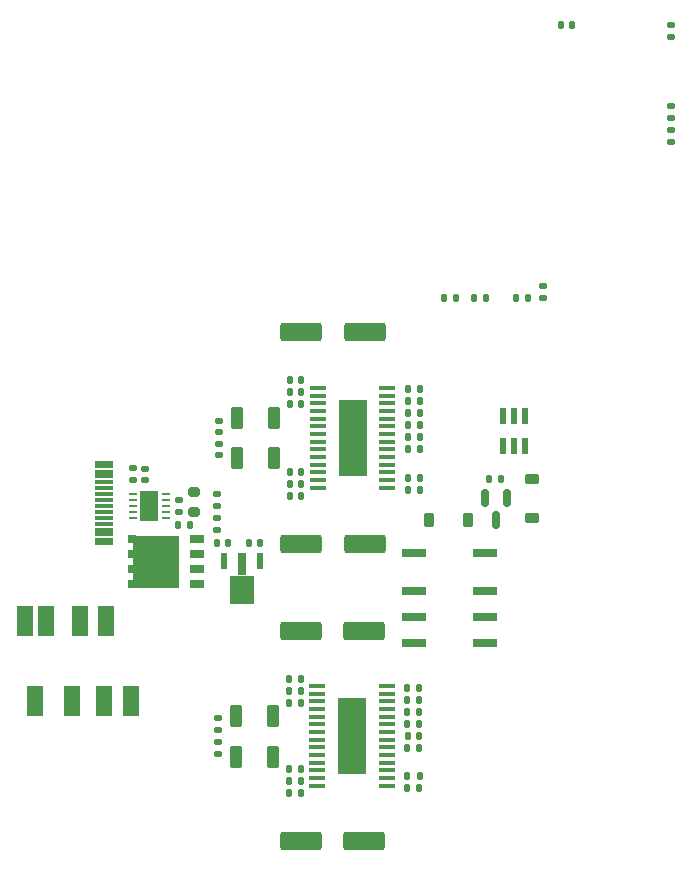
<source format=gbr>
%TF.GenerationSoftware,KiCad,Pcbnew,8.0.7*%
%TF.CreationDate,2024-12-24T17:50:32+01:00*%
%TF.ProjectId,AudioInterface,41756469-6f49-46e7-9465-72666163652e,1.1*%
%TF.SameCoordinates,Original*%
%TF.FileFunction,Paste,Top*%
%TF.FilePolarity,Positive*%
%FSLAX46Y46*%
G04 Gerber Fmt 4.6, Leading zero omitted, Abs format (unit mm)*
G04 Created by KiCad (PCBNEW 8.0.7) date 2024-12-24 17:50:32*
%MOMM*%
%LPD*%
G01*
G04 APERTURE LIST*
G04 Aperture macros list*
%AMRoundRect*
0 Rectangle with rounded corners*
0 $1 Rounding radius*
0 $2 $3 $4 $5 $6 $7 $8 $9 X,Y pos of 4 corners*
0 Add a 4 corners polygon primitive as box body*
4,1,4,$2,$3,$4,$5,$6,$7,$8,$9,$2,$3,0*
0 Add four circle primitives for the rounded corners*
1,1,$1+$1,$2,$3*
1,1,$1+$1,$4,$5*
1,1,$1+$1,$6,$7*
1,1,$1+$1,$8,$9*
0 Add four rect primitives between the rounded corners*
20,1,$1+$1,$2,$3,$4,$5,0*
20,1,$1+$1,$4,$5,$6,$7,0*
20,1,$1+$1,$6,$7,$8,$9,0*
20,1,$1+$1,$8,$9,$2,$3,0*%
G04 Aperture macros list end*
%ADD10R,1.475000X0.450000*%
%ADD11R,2.340000X6.460000*%
%ADD12R,0.570000X1.400000*%
%ADD13R,0.650000X1.900000*%
%ADD14R,2.000000X2.450000*%
%ADD15RoundRect,0.135000X0.185000X-0.135000X0.185000X0.135000X-0.185000X0.135000X-0.185000X-0.135000X0*%
%ADD16RoundRect,0.135000X-0.185000X0.135000X-0.185000X-0.135000X0.185000X-0.135000X0.185000X0.135000X0*%
%ADD17RoundRect,0.147500X-0.147500X-0.172500X0.147500X-0.172500X0.147500X0.172500X-0.147500X0.172500X0*%
%ADD18RoundRect,0.140000X-0.170000X0.140000X-0.170000X-0.140000X0.170000X-0.140000X0.170000X0.140000X0*%
%ADD19RoundRect,0.140000X0.140000X0.170000X-0.140000X0.170000X-0.140000X-0.170000X0.140000X-0.170000X0*%
%ADD20R,2.000000X0.700000*%
%ADD21RoundRect,0.250000X-1.500000X-0.550000X1.500000X-0.550000X1.500000X0.550000X-1.500000X0.550000X0*%
%ADD22RoundRect,0.135000X0.135000X0.185000X-0.135000X0.185000X-0.135000X-0.185000X0.135000X-0.185000X0*%
%ADD23RoundRect,0.135000X-0.135000X-0.185000X0.135000X-0.185000X0.135000X0.185000X-0.135000X0.185000X0*%
%ADD24RoundRect,0.150000X-0.150000X0.587500X-0.150000X-0.587500X0.150000X-0.587500X0.150000X0.587500X0*%
%ADD25RoundRect,0.147500X-0.172500X0.147500X-0.172500X-0.147500X0.172500X-0.147500X0.172500X0.147500X0*%
%ADD26RoundRect,0.200000X0.275000X-0.200000X0.275000X0.200000X-0.275000X0.200000X-0.275000X-0.200000X0*%
%ADD27RoundRect,0.225000X0.375000X-0.225000X0.375000X0.225000X-0.375000X0.225000X-0.375000X-0.225000X0*%
%ADD28RoundRect,0.140000X-0.140000X-0.170000X0.140000X-0.170000X0.140000X0.170000X-0.140000X0.170000X0*%
%ADD29R,1.250000X0.650000*%
%ADD30R,0.800000X0.650000*%
%ADD31R,3.900000X4.460000*%
%ADD32R,0.600000X1.400000*%
%ADD33RoundRect,0.225000X-0.225000X-0.375000X0.225000X-0.375000X0.225000X0.375000X-0.225000X0.375000X0*%
%ADD34RoundRect,0.250000X0.275000X0.700000X-0.275000X0.700000X-0.275000X-0.700000X0.275000X-0.700000X0*%
%ADD35RoundRect,0.250000X-0.275000X-0.700000X0.275000X-0.700000X0.275000X0.700000X-0.275000X0.700000X0*%
%ADD36R,1.400000X2.500000*%
%ADD37R,0.660000X0.280000*%
%ADD38R,1.500000X2.500000*%
%ADD39R,1.500000X0.300000*%
G04 APERTURE END LIST*
D10*
%TO.C,U5*%
X21958000Y33401202D03*
X21958000Y25601202D03*
X21958000Y26251202D03*
X21958000Y26901202D03*
X21958000Y27551202D03*
X21958000Y28201202D03*
X21958000Y28851202D03*
X21958000Y29501202D03*
X21958000Y30151202D03*
X21958000Y30801202D03*
X21958000Y31451202D03*
X21958000Y32101202D03*
X21958000Y32751202D03*
X21958000Y34051202D03*
X16082000Y34051202D03*
X16082000Y33401202D03*
X16082000Y32751202D03*
X16082000Y32101202D03*
X16082000Y31451202D03*
X16082000Y30801202D03*
X16082000Y30151202D03*
X16082000Y29501202D03*
X16082000Y28851202D03*
X16082000Y28201202D03*
X16082000Y27551202D03*
X16082000Y26901202D03*
X16082000Y26251202D03*
X16082000Y25601202D03*
D11*
X19020000Y29826202D03*
%TD*%
D10*
%TO.C,U4*%
X21916000Y8179000D03*
X21916000Y379000D03*
X21916000Y1029000D03*
X21916000Y1679000D03*
X21916000Y2329000D03*
X21916000Y2979000D03*
X21916000Y3629000D03*
X21916000Y4279000D03*
X21916000Y4929000D03*
X21916000Y5579000D03*
X21916000Y6229000D03*
X21916000Y6879000D03*
X21916000Y7529000D03*
X21916000Y8829000D03*
X16040000Y8829000D03*
X16040000Y8179000D03*
X16040000Y7529000D03*
X16040000Y6879000D03*
X16040000Y6229000D03*
X16040000Y5579000D03*
X16040000Y4929000D03*
X16040000Y4279000D03*
X16040000Y3629000D03*
X16040000Y2979000D03*
X16040000Y2329000D03*
X16040000Y1679000D03*
X16040000Y1029000D03*
X16040000Y379000D03*
D11*
X18978000Y4604000D03*
%TD*%
D12*
%TO.C,U3*%
X11162000Y19370500D03*
D13*
X9662000Y19120500D03*
D12*
X8162000Y19370500D03*
D14*
X9662000Y16945500D03*
%TD*%
D15*
%TO.C,R8*%
X46012000Y63784000D03*
X46012000Y64804000D03*
%TD*%
D16*
%TO.C,R6*%
X46012000Y55916000D03*
X46012000Y54896000D03*
%TD*%
D17*
%TO.C,D3*%
X36637000Y64802000D03*
X37607000Y64802000D03*
%TD*%
D18*
%TO.C,C2*%
X46012000Y57888000D03*
X46012000Y56928000D03*
%TD*%
D19*
%TO.C,C22*%
X23747000Y29877000D03*
X24707000Y29877000D03*
%TD*%
D20*
%TO.C,K1*%
X30216000Y20088000D03*
X30216000Y16888000D03*
X30216000Y14688000D03*
X30216000Y12488000D03*
X24216000Y12488000D03*
X24216000Y14688000D03*
X24216000Y16888000D03*
X24216000Y20088000D03*
%TD*%
D21*
%TO.C,C29*%
X20069000Y38767000D03*
X14669000Y38767000D03*
%TD*%
%TO.C,C26*%
X20052000Y20850202D03*
X14652000Y20850202D03*
%TD*%
D22*
%TO.C,R20*%
X23717000Y26448000D03*
X24737000Y26448000D03*
%TD*%
D18*
%TO.C,C19*%
X7658000Y5112000D03*
X7658000Y6072000D03*
%TD*%
D19*
%TO.C,C6*%
X24620000Y5620000D03*
X23660000Y5620000D03*
%TD*%
D23*
%TO.C,R9*%
X33837000Y41708000D03*
X32817000Y41708000D03*
%TD*%
D22*
%TO.C,R15*%
X23660000Y1175000D03*
X24680000Y1175000D03*
%TD*%
D24*
%TO.C,Q2*%
X31171500Y22892000D03*
X30221500Y24767000D03*
X32121500Y24767000D03*
%TD*%
D18*
%TO.C,C33*%
X7717000Y30336800D03*
X7717000Y31296800D03*
%TD*%
D23*
%TO.C,R13*%
X23630000Y8668000D03*
X24650000Y8668000D03*
%TD*%
D25*
%TO.C,D1*%
X7527000Y25039500D03*
X7527000Y24069500D03*
%TD*%
D26*
%TO.C,R2*%
X5622000Y23591000D03*
X5622000Y25241000D03*
%TD*%
D27*
%TO.C,D4*%
X34219500Y26320000D03*
X34219500Y23020000D03*
%TD*%
D28*
%TO.C,C12*%
X14615000Y9430000D03*
X13655000Y9430000D03*
%TD*%
D29*
%TO.C,Q1*%
X5876000Y17426000D03*
X5876000Y18706000D03*
X5876000Y19966000D03*
X5876000Y21236000D03*
D30*
X296000Y17426000D03*
X296000Y18706000D03*
D31*
X2396000Y19336000D03*
D30*
X296000Y19966000D03*
X296000Y21236000D03*
%TD*%
D23*
%TO.C,R16*%
X24678000Y159000D03*
X23658000Y159000D03*
%TD*%
D28*
%TO.C,C28*%
X14634000Y25965404D03*
X13674000Y25965404D03*
%TD*%
D23*
%TO.C,R19*%
X24737000Y33941000D03*
X23717000Y33941000D03*
%TD*%
D28*
%TO.C,C9*%
X23660000Y6636000D03*
X24620000Y6636000D03*
%TD*%
D23*
%TO.C,R18*%
X24737000Y28851202D03*
X23717000Y28851202D03*
%TD*%
D28*
%TO.C,C11*%
X14615000Y8414000D03*
X13655000Y8414000D03*
%TD*%
D19*
%TO.C,C7*%
X24648000Y4604000D03*
X23688000Y4604000D03*
%TD*%
D18*
%TO.C,C1*%
X1431000Y27216500D03*
X1431000Y26256500D03*
%TD*%
D32*
%TO.C,U2*%
X31745500Y31683500D03*
X32695500Y31683500D03*
X33645500Y31683500D03*
X33645500Y29183500D03*
X32695500Y29183500D03*
X31745500Y29183500D03*
%TD*%
D19*
%TO.C,C24*%
X13674000Y26956000D03*
X14634000Y26956000D03*
%TD*%
D23*
%TO.C,R14*%
X23656000Y3588000D03*
X24676000Y3588000D03*
%TD*%
D33*
%TO.C,D2*%
X28757500Y22892000D03*
X25457500Y22892000D03*
%TD*%
D19*
%TO.C,C20*%
X23747000Y32925000D03*
X24707000Y32925000D03*
%TD*%
D34*
%TO.C,FB1*%
X9131000Y2826000D03*
X12281000Y2826000D03*
%TD*%
D21*
%TO.C,C10*%
X20010000Y-4286000D03*
X14610000Y-4286000D03*
%TD*%
D28*
%TO.C,C5*%
X10202000Y20894500D03*
X11162000Y20894500D03*
%TD*%
D18*
%TO.C,C18*%
X7658000Y3080000D03*
X7658000Y4040000D03*
%TD*%
D35*
%TO.C,FB4*%
X12340000Y31528000D03*
X9190000Y31528000D03*
%TD*%
%TO.C,FB2*%
X12281000Y6276000D03*
X9131000Y6276000D03*
%TD*%
D16*
%TO.C,R1*%
X415000Y27246500D03*
X415000Y26226500D03*
%TD*%
D28*
%TO.C,C14*%
X14615000Y-222000D03*
X13655000Y-222000D03*
%TD*%
D34*
%TO.C,FB3*%
X9190000Y28099000D03*
X12340000Y28099000D03*
%TD*%
D21*
%TO.C,C13*%
X20010000Y13494000D03*
X14610000Y13494000D03*
%TD*%
D19*
%TO.C,C8*%
X24620000Y7652000D03*
X23660000Y7652000D03*
%TD*%
D28*
%TO.C,C31*%
X14674000Y34703000D03*
X13714000Y34703000D03*
%TD*%
D16*
%TO.C,R10*%
X35142000Y41704000D03*
X35142000Y42724000D03*
%TD*%
D15*
%TO.C,R5*%
X7527000Y22012500D03*
X7527000Y23032500D03*
%TD*%
D23*
%TO.C,R7*%
X31615500Y26369500D03*
X30595500Y26369500D03*
%TD*%
D19*
%TO.C,C16*%
X13655000Y7398000D03*
X14615000Y7398000D03*
%TD*%
D23*
%TO.C,R3*%
X4223000Y22418500D03*
X5243000Y22418500D03*
%TD*%
D18*
%TO.C,C32*%
X7717000Y28355600D03*
X7717000Y29315600D03*
%TD*%
D28*
%TO.C,C27*%
X14634000Y24949404D03*
X13674000Y24949404D03*
%TD*%
D19*
%TO.C,C4*%
X8487000Y20894500D03*
X7527000Y20894500D03*
%TD*%
D36*
%TO.C,J3*%
X-8744000Y14354000D03*
X-4094000Y14354000D03*
X256000Y7554000D03*
X-1994000Y7554000D03*
X-1844000Y14354000D03*
X-7844000Y7554000D03*
X-6944000Y14354000D03*
X-4744000Y7554000D03*
%TD*%
D19*
%TO.C,C17*%
X13655000Y1810000D03*
X14615000Y1810000D03*
%TD*%
%TO.C,C25*%
X13714000Y32671000D03*
X14674000Y32671000D03*
%TD*%
D23*
%TO.C,R17*%
X24737000Y25432000D03*
X23717000Y25432000D03*
%TD*%
D28*
%TO.C,C15*%
X14615000Y794000D03*
X13655000Y794000D03*
%TD*%
D22*
%TO.C,R11*%
X29261000Y41708000D03*
X30281000Y41708000D03*
%TD*%
D28*
%TO.C,C21*%
X24707000Y31909000D03*
X23747000Y31909000D03*
%TD*%
D37*
%TO.C,U1*%
X402000Y25069500D03*
X402000Y24569500D03*
X402000Y24069500D03*
X402000Y23569500D03*
X402000Y23069500D03*
X3222000Y23069500D03*
X3222000Y23569500D03*
X3222000Y24069500D03*
X3222000Y24569500D03*
X3222000Y25069500D03*
D38*
X1812000Y24069500D03*
%TD*%
D19*
%TO.C,C23*%
X23747000Y30893000D03*
X24707000Y30893000D03*
%TD*%
D16*
%TO.C,R4*%
X4352000Y24569500D03*
X4352000Y23549500D03*
%TD*%
D39*
%TO.C,J1*%
X-2002500Y27723500D03*
X-2002500Y27423500D03*
X-2002500Y21223500D03*
X-2002500Y20923500D03*
X-2002500Y26923500D03*
X-2002500Y26623500D03*
X-2002500Y22023500D03*
X-2002500Y21723500D03*
X-2002500Y25573500D03*
X-2002500Y24573500D03*
X-2002500Y24073500D03*
X-2002500Y23073500D03*
X-2002500Y22573500D03*
X-2002500Y23573500D03*
X-2002500Y25073500D03*
X-2002500Y26073500D03*
%TD*%
D22*
%TO.C,R12*%
X26721000Y41708000D03*
X27741000Y41708000D03*
%TD*%
D28*
%TO.C,C30*%
X14674000Y33687000D03*
X13714000Y33687000D03*
%TD*%
M02*

</source>
